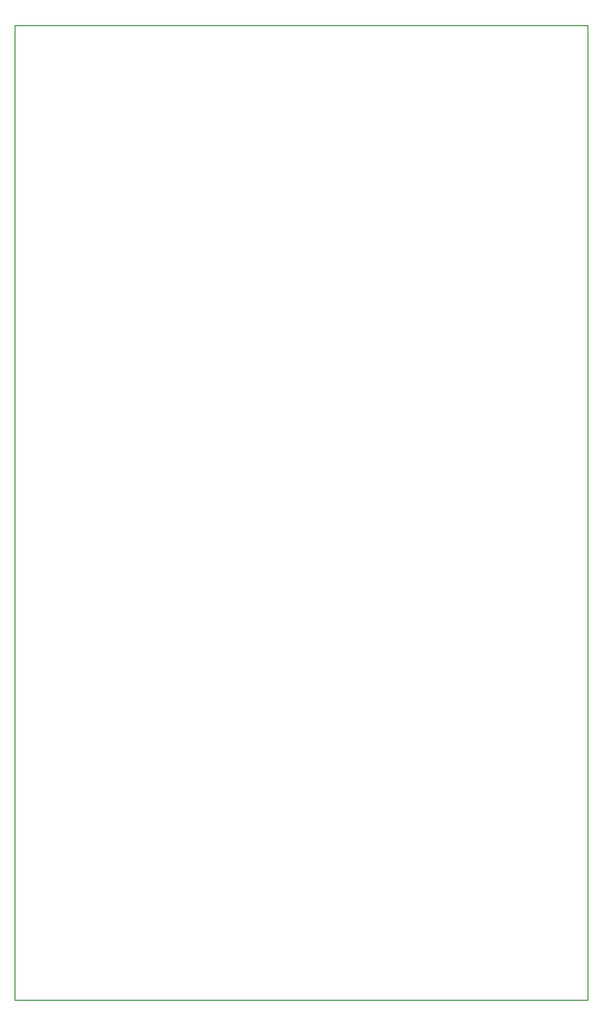
<source format=gm1>
%TF.GenerationSoftware,KiCad,Pcbnew,5.1.7-a382d34a8~87~ubuntu20.04.1*%
%TF.CreationDate,2020-10-13T21:54:27+02:00*%
%TF.ProjectId,RemoteSensorTx,52656d6f-7465-4536-956e-736f7254782e,rev?*%
%TF.SameCoordinates,Original*%
%TF.FileFunction,Profile,NP*%
%FSLAX46Y46*%
G04 Gerber Fmt 4.6, Leading zero omitted, Abs format (unit mm)*
G04 Created by KiCad (PCBNEW 5.1.7-a382d34a8~87~ubuntu20.04.1) date 2020-10-13 21:54:27*
%MOMM*%
%LPD*%
G01*
G04 APERTURE LIST*
%TA.AperFunction,Profile*%
%ADD10C,0.050000*%
%TD*%
G04 APERTURE END LIST*
D10*
X110000000Y-55000000D02*
X110000000Y-140000000D01*
X160000000Y-55000000D02*
X110000000Y-55000000D01*
X160000000Y-140000000D02*
X160000000Y-55000000D01*
X110000000Y-140000000D02*
X160000000Y-140000000D01*
M02*

</source>
